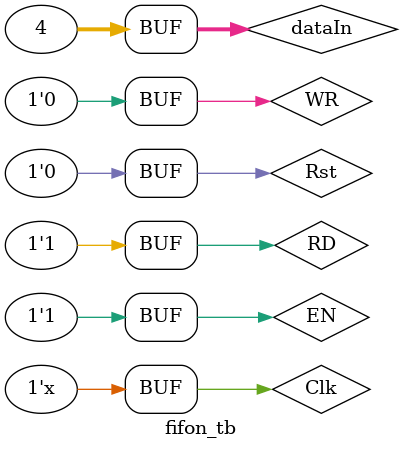
<source format=v>
`timescale 1ns / 1ps

module fifon_tb;

 // Inputs

 reg Clk;
 reg [31:0] dataIn;
 reg RD;
 reg WR;
 reg EN;
 reg Rst;

 // Outputs
 wire [31:0] dataOut;
 wire EMPTY;
 wire FULL;

 // Instantiate the Unit Under Test (UUT)

 fifon uut (.Clk(Clk),.dataIn(dataIn),.RD(RD),.WR(WR), .EN(EN),
            .dataOut(dataOut),.Rst(Rst),.EMPTY(EMPTY),.FULL(FULL) );

 initial begin

  // Initialize Inputs

  Clk  = 1'b0;
  dataIn  = 32'h0;
  RD  = 1'b0;
  WR  = 1'b0;
  EN  = 1'b0;
  Rst  = 1'b1;
  // Wait 100 ns for global reset to finish

  #100;        

  // Add stimulus here

  EN  = 1'b1;
  Rst  = 1'b1;
 
  #50;
  Rst  = 1'b0;
  WR  = 1'b1;
  dataIn  = 32'h0;

  #50;
  dataIn  = 32'h1;
  #50;
  dataIn  = 32'h2;
  #50;
  dataIn  = 32'h3;
  #50;
  dataIn  = 32'h4;
  #50;
  WR = 1'b0;
  RD = 1'b1;  
 end 
   always #10 Clk = ~Clk;    
endmodule

</source>
